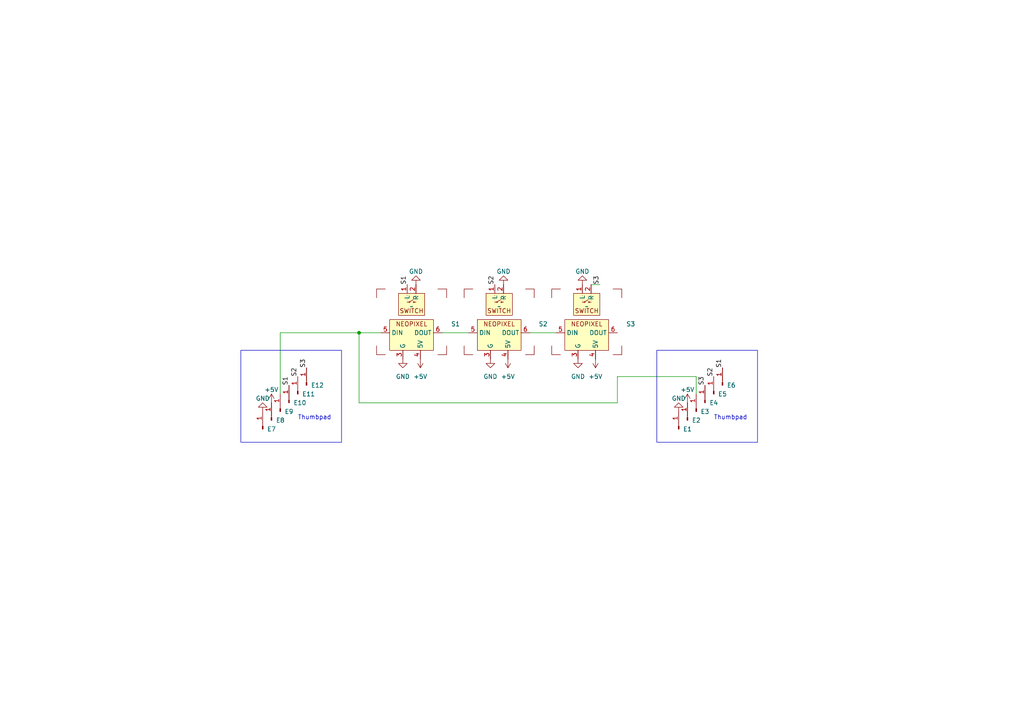
<source format=kicad_sch>
(kicad_sch (version 20230121) (generator eeschema)
  (paper "A4")
  (lib_symbols
    (symbol "Connector:Conn_01x01_Pin" (pin_names (offset 1.016) hide)
      (property "Reference" "J" (at 0 2.54 0))
      (property "Value" "Conn_01x01_Pin" (at 0 -2.54 0))
      (symbol "Conn_01x01_Pin_1_1"
        (polyline (pts (xy 1.27 0) (xy 0.8636 0)) (stroke (width 0.1524)))
        (rectangle (start 0.8636 0.127) (end 0 -0.127) (stroke (width 0.1524)) (fill (type outline)))
        (pin passive line (at 5.08 0 180) (length 3.81) (name "Pin_1") (number "1"))
      )
    )
    (symbol "library:MX_SW_SOCKET_RGB_REV"
      (property "Reference" "S6" (at 12.7 -3.2259 0))
      (symbol "MX_SW_SOCKET_RGB_REV_0_1"
        (polyline (pts (xy -1.27 5.08) (xy -0.8247 5.0799)))
        (polyline (pts (xy 1.27 5.08) (xy 0.8247 5.0801)))
        (polyline (pts (xy -10.16 6.35) (xy -10.16 8.89) (xy -7.62 8.89)))
        (polyline (pts (xy -7.62 -10.16) (xy -10.16 -10.16) (xy -10.16 -7.62)))
        (polyline (pts (xy 7.62 8.89) (xy 10.16 8.89) (xy 10.16 6.35)))
        (polyline (pts (xy 10.16 -7.62) (xy 10.16 -10.16) (xy 7.62 -10.16)))
      )
      (symbol "MX_SW_SOCKET_RGB_REV_1_1"
        (rectangle (start -6.35 0) (end 6.35 -8.89) (fill (type background)))
        (rectangle (start -3.81 7.62) (end 3.81 1.27) (fill (type background)))
        (circle (center -0.6173 5.0896) (radius 0.1705))
        (polyline (pts (xy -1.27 5.08) (xy -1.27 7.62)) (stroke (width 0) (type dot)))
        (polyline (pts (xy -0.5184 5.2126) (xy 0.4381 5.7713)))
        (polyline (pts (xy 1.27 7.62) (xy 1.27 5.08)) (stroke (width 0) (type dot)))
        (circle (center 0.6471 5.08) (radius 0.1705))
        (text "NEOPIXEL" (at 0 -1.27 0) (effects (font (size 1.27 1.27))))
        (text "SWITCH" (at 0 2.54 0) (effects (font (size 1.27 1.27))))
        (pin bidirectional line (at -1.27 10.16 270) (length 2.54) (name "L") (number "1"))
        (pin bidirectional line (at 1.27 10.16 270) (length 2.54) (name "R") (number "2"))
        (pin power_in line (at -2.54 -11.43 90) (length 2.54) (name "G") (number "3"))
        (pin power_in line (at 2.54 -11.43 90) (length 2.54) (name "5V") (number "4"))
        (pin input line (at -8.89 -3.81 0) (length 2.54) (name "DIN") (number "5"))
        (pin output line (at 8.89 -3.81 180) (length 2.54) (name "DOUT") (number "6"))
      )
    )
    (symbol "power:+5V" (power) (pin_names (offset 0))
      (property "Value" "+5V" (at 0 3.556 0))
      (symbol "+5V_0_1"
        (polyline (pts (xy -0.762 1.27) (xy 0 2.54)))
        (polyline (pts (xy 0 0) (xy 0 2.54)))
        (polyline (pts (xy 0 2.54) (xy 0.762 1.27)))
      )
      (symbol "+5V_1_1"
        (pin power_in line (at 0 0 90) (length 0) hide (name "+5V") (number "1"))
      )
    )
    (symbol "power:GND" (power) (pin_names (offset 0))
      (property "Value" "GND" (at 0 -3.81 0))
      (symbol "GND_0_1"
        (polyline (pts (xy 0 0) (xy 0 -1.27) (xy 1.27 -1.27) (xy 0 -2.54) (xy -1.27 -1.27) (xy 0 -1.27)))
      )
      (symbol "GND_1_1"
        (pin power_in line (at 0 0 270) (length 0) hide (name "GND") (number "1"))
      )
    )
  )
  (junction (at 104.14 96.52))
  (wire (pts (xy 104.14 116.84) (xy 104.14 96.52)))
  (wire (pts (xy 128.27 96.52) (xy 135.89 96.52)))
  (wire (pts (xy 179.07 116.84) (xy 104.14 116.84)))
  (wire (pts (xy 201.93 109.22) (xy 179.07 109.22)))
  (wire (pts (xy 201.93 114.3) (xy 201.93 109.22)))
  (wire (pts (xy 81.28 114.3) (xy 81.28 96.52)))
  (wire (pts (xy 104.14 96.52) (xy 110.49 96.52)))
  (wire (pts (xy 179.07 109.22) (xy 179.07 116.84)))
  (wire (pts (xy 173.99 82.55) (xy 171.45 82.55)))
  (wire (pts (xy 153.67 96.52) (xy 161.29 96.52)))
  (wire (pts (xy 81.28 96.52) (xy 104.14 96.52)))
  (rectangle (start 190.5 101.6) (end 219.71 128.27))
  (rectangle (start 69.85 101.6) (end 99.06 128.27))
  (text "Thumbpad\n" (at 86.36 121.92 0) (effects (font (size 1.27 1.27)) (justify left bottom)))
  (text "Thumbpad\n" (at 207.01 121.92 0) (effects (font (size 1.27 1.27)) (justify left bottom)))
  (label "S2" (at 207.01 109.22 90))
  (label "S1" (at 83.82 111.76 90))
  (label "S3" (at 88.9 106.68 90))
  (label "S2" (at 86.36 109.22 90))
  (label "S2" (at 143.51 82.55 90))
  (label "S3" (at 173.99 82.55 90))
  (label "S1" (at 209.55 106.68 90))
  (label "S3" (at 204.47 111.76 90))
  (label "S1" (at 118.11 82.55 90))
  (symbol (lib_id "power:GND") (at 142.24 104.14 0) (unit 1)
    (property "Reference" "#PWR035" (effects hide))
    (property "Value" "GND" (at 142.24 109.22 0))
  )
  (symbol (lib_id "Connector:Conn_01x01_Pin") (at 83.82 116.84 90) (unit 1)
    (property "Reference" "E10" (at 85.09 116.84 90) (effects (justify right)))
    (property "Value" "Conn_01x01_Pin" (effects hide))
    (property "Footprint" "Footprints:Pin0.9mm" (effects hide))
  )
  (symbol (lib_id "Connector:Conn_01x01_Pin") (at 207.01 114.3 90) (unit 1)
    (property "Reference" "E5" (at 208.28 114.3 90) (effects (justify right)))
    (property "Value" "Conn_01x01_Pin" (effects hide))
    (property "Footprint" "Footprints:Pin0.9mm" (effects hide))
  )
  (symbol (lib_id "power:GND") (at 116.84 104.14 0) (unit 1)
    (property "Reference" "#PWR029" (effects hide))
    (property "Value" "GND" (at 116.84 109.22 0))
  )
  (symbol (lib_id "power:GND") (at 168.91 82.55 180) (unit 1)
    (property "Reference" "#PWR039" (effects hide))
    (property "Value" "GND" (at 168.91 78.74 0))
  )
  (symbol (lib_id "Connector:Conn_01x01_Pin") (at 88.9 111.76 90) (unit 1)
    (property "Reference" "E12" (at 90.17 111.76 90) (effects (justify right)))
    (property "Value" "Conn_01x01_Pin" (effects hide))
    (property "Footprint" "Footprints:Pin0.9mm" (effects hide))
  )
  (symbol (lib_id "power:+5V") (at 121.92 104.14 180) (unit 1)
    (property "Reference" "#PWR034" (effects hide))
    (property "Value" "+5V" (at 121.92 109.22 0))
  )
  (symbol (lib_id "power:GND") (at 196.85 119.38 180) (unit 1)
    (property "Reference" "#PWR050" (effects hide))
    (property "Value" "GND" (at 196.85 115.57 0))
  )
  (symbol (lib_id "power:+5V") (at 147.32 104.14 180) (unit 1)
    (property "Reference" "#PWR037" (effects hide))
    (property "Value" "+5V" (at 147.32 109.22 0))
  )
  (symbol (lib_id "Connector:Conn_01x01_Pin") (at 76.2 124.46 90) (unit 1)
    (property "Reference" "E7" (at 77.47 124.46 90) (effects (justify right)))
    (property "Value" "Conn_01x01_Pin" (effects hide))
    (property "Footprint" "Footprints:Pin0.9mm" (effects hide))
  )
  (symbol (lib_id "library:MX_SW_SOCKET_RGB_REV") (at 144.78 92.71 0) (unit 1)
    (property "Reference" "S2" (at 156.21 93.98 0) (effects (justify left)))
    (property "Value" "~" (at 144.78 88.9 0))
    (property "Footprint" "Footprints:MX_SW_SOCKET_LED_REV" (effects hide))
  )
  (symbol (lib_id "Connector:Conn_01x01_Pin") (at 201.93 119.38 90) (unit 1)
    (property "Reference" "E3" (at 203.2 119.38 90) (effects (justify right)))
    (property "Value" "Conn_01x01_Pin" (effects hide))
    (property "Footprint" "Footprints:Pin0.9mm" (effects hide))
  )
  (symbol (lib_id "Connector:Conn_01x01_Pin") (at 209.55 111.76 90) (unit 1)
    (property "Reference" "E6" (at 210.82 111.76 90) (effects (justify right)))
    (property "Value" "Conn_01x01_Pin" (effects hide))
    (property "Footprint" "Footprints:Pin0.9mm" (effects hide))
  )
  (symbol (lib_id "power:GND") (at 120.65 82.55 180) (unit 1)
    (property "Reference" "#PWR030" (effects hide))
    (property "Value" "GND" (at 120.65 78.74 0))
  )
  (symbol (lib_id "power:+5V") (at 78.74 116.84 0) (unit 1)
    (property "Reference" "#PWR02" (effects hide))
    (property "Value" "+5V" (at 78.74 113.03 0))
  )
  (symbol (lib_id "power:+5V") (at 172.72 104.14 180) (unit 1)
    (property "Reference" "#PWR040" (effects hide))
    (property "Value" "+5V" (at 172.72 109.22 0))
  )
  (symbol (lib_id "Connector:Conn_01x01_Pin") (at 78.74 121.92 90) (unit 1)
    (property "Reference" "E8" (at 80.01 121.92 90) (effects (justify right)))
    (property "Value" "Conn_01x01_Pin" (effects hide))
    (property "Footprint" "Footprints:Pin0.9mm" (effects hide))
  )
  (symbol (lib_id "power:GND") (at 76.2 119.38 180) (unit 1)
    (property "Reference" "#PWR01" (effects hide))
    (property "Value" "GND" (at 76.2 115.57 0))
  )
  (symbol (lib_id "Connector:Conn_01x01_Pin") (at 81.28 119.38 90) (unit 1)
    (property "Reference" "E9" (at 82.55 119.38 90) (effects (justify right)))
    (property "Value" "Conn_01x01_Pin" (effects hide))
    (property "Footprint" "Footprints:Pin0.9mm" (effects hide))
  )
  (symbol (lib_id "Connector:Conn_01x01_Pin") (at 86.36 114.3 90) (unit 1)
    (property "Reference" "E11" (at 87.63 114.3 90) (effects (justify right)))
    (property "Value" "Conn_01x01_Pin" (effects hide))
    (property "Footprint" "Footprints:Pin0.9mm" (effects hide))
  )
  (symbol (lib_id "library:MX_SW_SOCKET_RGB_REV") (at 170.18 92.71 0) (unit 1)
    (property "Reference" "S3" (at 181.61 93.98 0) (effects (justify left)))
    (property "Value" "~" (at 170.18 88.9 0))
    (property "Footprint" "Footprints:MX_SW_SOCKET_LED_REV" (effects hide))
  )
  (symbol (lib_id "power:GND") (at 146.05 82.55 180) (unit 1)
    (property "Reference" "#PWR036" (effects hide))
    (property "Value" "GND" (at 146.05 78.74 0))
  )
  (symbol (lib_id "Connector:Conn_01x01_Pin") (at 196.85 124.46 90) (unit 1)
    (property "Reference" "E1" (at 198.12 124.46 90) (effects (justify right)))
    (property "Value" "Conn_01x01_Pin" (effects hide))
    (property "Footprint" "Footprints:Pin0.9mm" (effects hide))
  )
  (symbol (lib_id "Connector:Conn_01x01_Pin") (at 199.39 121.92 90) (unit 1)
    (property "Reference" "E2" (at 200.66 121.92 90) (effects (justify right)))
    (property "Value" "Conn_01x01_Pin" (effects hide))
    (property "Footprint" "Footprints:Pin0.9mm" (effects hide))
  )
  (symbol (lib_id "Connector:Conn_01x01_Pin") (at 204.47 116.84 90) (unit 1)
    (property "Reference" "E4" (at 205.74 116.84 90) (effects (justify right)))
    (property "Value" "Conn_01x01_Pin" (effects hide))
    (property "Footprint" "Footprints:Pin0.9mm" (effects hide))
  )
  (symbol (lib_id "power:+5V") (at 199.39 116.84 0) (unit 1)
    (property "Reference" "#PWR051" (effects hide))
    (property "Value" "+5V" (at 199.39 113.03 0))
  )
  (symbol (lib_id "power:GND") (at 167.64 104.14 0) (unit 1)
    (property "Reference" "#PWR038" (effects hide))
    (property "Value" "GND" (at 167.64 109.22 0))
  )
  (symbol (lib_id "library:MX_SW_SOCKET_RGB_REV") (at 119.38 92.71 0) (unit 1)
    (property "Reference" "S1" (at 130.81 93.98 0) (effects (justify left)))
    (property "Value" "~" (at 119.38 88.9 0))
    (property "Footprint" "Footprints:MX_SW_SOCKET_LED_REV" (effects hide))
  )
)
</source>
